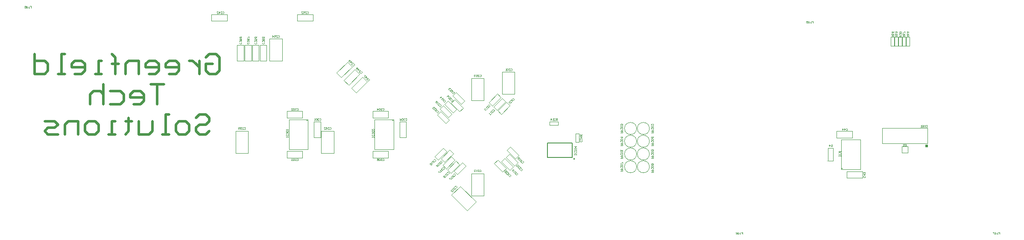
<source format=gbr>
%TF.GenerationSoftware,Altium Limited,Altium Designer,22.4.2 (48)*%
G04 Layer_Color=32896*
%FSLAX26Y26*%
%MOIN*%
%TF.SameCoordinates,8C98EB32-1E12-42CD-A60B-9DA89663A72C*%
%TF.FilePolarity,Positive*%
%TF.FileFunction,Legend,Bot*%
%TF.Part,Single*%
G01*
G75*
%TA.AperFunction,NonConductor*%
%ADD108C,0.003937*%
%ADD109C,0.000984*%
%ADD110C,0.007874*%
%ADD111C,0.001968*%
%ADD112C,0.001000*%
%ADD113C,0.020000*%
%ADD114C,0.003000*%
%ADD115R,0.019685X0.019685*%
%ADD116R,0.002953X0.002953*%
%ADD117R,0.007874X0.007874*%
D108*
X7247244Y2700000D02*
G03*
X7247244Y2700000I-47244J0D01*
G01*
X7147244Y2800000D02*
G03*
X7147244Y2800000I-47244J0D01*
G01*
X7247244Y3000000D02*
G03*
X7247244Y3000000I-47244J0D01*
G01*
X7147244D02*
G03*
X7147244Y3000000I-47244J0D01*
G01*
Y2900000D02*
G03*
X7147244Y2900000I-47244J0D01*
G01*
X7247244Y2800000D02*
G03*
X7247244Y2800000I-47244J0D01*
G01*
Y2900000D02*
G03*
X7247244Y2900000I-47244J0D01*
G01*
X7147244Y2700000D02*
G03*
X7147244Y2700000I-47244J0D01*
G01*
D109*
X9064961Y3001968D02*
X9419292D01*
X9064961Y2883858D02*
X9419292D01*
Y3001968D01*
X9064961Y2883858D02*
Y3001968D01*
X9218504Y2858268D02*
X9265750D01*
X9218504Y2811022D02*
X9265750D01*
Y2858268D01*
X9218504Y2811022D02*
Y2858268D01*
X8641732Y2745079D02*
Y2847442D01*
X8681104Y2745079D02*
Y2847442D01*
X8641732D02*
X8681104D01*
X8641732Y2745079D02*
X8681104D01*
X8744094Y2678150D02*
Y2914371D01*
X8893702Y2678150D02*
Y2914371D01*
X8744094D02*
X8893702D01*
X8744094Y2678150D02*
X8893702D01*
X5251967Y2834644D02*
Y3070866D01*
X5102360Y2834644D02*
Y3070866D01*
Y2834644D02*
X5251967D01*
X5102360Y3070866D02*
X5251967D01*
X4582677Y2834644D02*
Y3070866D01*
X4433070Y2834644D02*
Y3070866D01*
Y2834644D02*
X4582677D01*
X4433070Y3070866D02*
X4582677D01*
D110*
X6450787Y2772638D02*
X6643701D01*
X6450787Y2886811D02*
X6643701D01*
X6450787Y2772638D02*
Y2886811D01*
X6643701Y2772638D02*
Y2886811D01*
X6656244Y2764724D02*
X6660244D01*
X6656244Y2760724D02*
Y2764724D01*
Y2760724D02*
X6660244D01*
Y2763724D01*
D111*
X4379921Y3529528D02*
Y3703079D01*
X4281496D02*
X4379921D01*
X4281496Y3529528D02*
Y3703079D01*
Y3529528D02*
X4379921D01*
X5856299Y3220472D02*
X5954724D01*
X5856299D02*
Y3394024D01*
X5954724D01*
Y3220472D02*
Y3394024D01*
X5856299Y2645669D02*
X5954724D01*
Y2472118D02*
Y2645669D01*
X5856299Y2472118D02*
X5954724D01*
X5856299D02*
Y2645669D01*
X6096457Y3270669D02*
X6194882D01*
X6096457D02*
Y3444220D01*
X6194882D01*
Y3270669D02*
Y3444220D01*
X5702184Y2478219D02*
X5771781Y2547816D01*
X5894501Y2425097D01*
X5824904Y2355499D02*
X5894501Y2425097D01*
X5702184Y2478219D02*
X5824904Y2355499D01*
X4147228Y3530512D02*
Y3652559D01*
X4199228D01*
X4147228Y3530512D02*
X4199228D01*
Y3652559D01*
X4862678Y3375825D02*
X4948978Y3462126D01*
X4985748Y3425356D01*
X4862678Y3375825D02*
X4899447Y3339056D01*
X4985748Y3425356D01*
X4686024Y2805780D02*
Y2979331D01*
Y2805780D02*
X4784449D01*
Y2979331D01*
X4686024D02*
X4784449D01*
X4016732Y2805780D02*
Y2979331D01*
Y2805780D02*
X4115158D01*
Y2979331D01*
X4016732D02*
X4115158D01*
X4921733Y3316770D02*
X5008033Y3403070D01*
X5044803Y3366301D01*
X4921733Y3316770D02*
X4958502Y3280000D01*
X5044803Y3366301D01*
X4417323Y2769276D02*
X4539370D01*
X4417323D02*
Y2821276D01*
X4539370Y2769276D02*
Y2821276D01*
X4417323D02*
X4539370D01*
X4627543Y2931102D02*
Y3053150D01*
X4679543D01*
X4627543Y2931102D02*
X4679543D01*
Y3053150D01*
X5086614Y2769276D02*
X5208661D01*
X5086614D02*
Y2821276D01*
X5208661Y2769276D02*
Y2821276D01*
X5086614D02*
X5208661D01*
X5086614Y3084236D02*
X5208661D01*
X5086614D02*
Y3136236D01*
X5208661Y3084236D02*
Y3136236D01*
X5086614D02*
X5208661D01*
X5296835Y2931102D02*
Y3053150D01*
X5348835D01*
X5296835Y2931102D02*
X5348835D01*
Y3053150D01*
X4417323Y3084236D02*
X4539370D01*
X4417323D02*
Y3136236D01*
X4539370Y3084236D02*
Y3136236D01*
X4417323D02*
X4539370D01*
X4206283Y3530512D02*
Y3652559D01*
X4258283D01*
X4206283Y3530512D02*
X4258283D01*
Y3652559D01*
X3828740Y3842110D02*
X3950787D01*
X3828740D02*
Y3894110D01*
X3950787Y3842110D02*
Y3894110D01*
X3828740D02*
X3950787D01*
X4803623Y3434880D02*
X4889923Y3521181D01*
X4926693Y3484411D01*
X4803623Y3434880D02*
X4840392Y3398111D01*
X4926693Y3484411D01*
X4029118Y3530512D02*
Y3652559D01*
X4081118D01*
X4029118Y3530512D02*
X4081118D01*
Y3652559D01*
X4498032Y3842110D02*
X4620079D01*
X4498032D02*
Y3894110D01*
X4620079Y3842110D02*
Y3894110D01*
X4498032D02*
X4620079D01*
X4088173Y3530512D02*
Y3652559D01*
X4140173D01*
X4088173Y3530512D02*
X4140173D01*
Y3652559D01*
X8787402Y2663795D02*
X8909449D01*
Y2611795D02*
Y2663795D01*
X8787402Y2611795D02*
Y2663795D01*
Y2611795D02*
X8909449D01*
X8708661Y2926756D02*
X8830709D01*
X8708661D02*
Y2978756D01*
X8830709Y2926756D02*
Y2978756D01*
X8708661D02*
X8830709D01*
D112*
X6063892Y3138007D02*
X6090762Y3111137D01*
X6063892Y3138007D02*
X6130706Y3204820D01*
X6157576Y3177950D01*
X6090762Y3111137D02*
X6157576Y3177950D01*
X6671055Y2892716D02*
Y2959646D01*
Y2892716D02*
X6697055D01*
Y2959646D01*
X6671055D02*
X6697055D01*
X5766035Y3133276D02*
X5792905Y3160146D01*
X5699221Y3200090D02*
X5766035Y3133276D01*
X5699221Y3200090D02*
X5726091Y3226960D01*
X5792905Y3160146D01*
X5657767Y3038788D02*
X5684637Y3065658D01*
X5590954Y3105602D02*
X5657767Y3038788D01*
X5590954Y3105602D02*
X5617824Y3132472D01*
X5684637Y3065658D01*
X5689263Y2831291D02*
X5716133Y2804420D01*
X5649320Y2737607D02*
X5716133Y2804420D01*
X5622450Y2764477D02*
X5649320Y2737607D01*
X5622450Y2764477D02*
X5689263Y2831291D01*
X5788672Y2732865D02*
X5815542Y2705995D01*
X5748729Y2639182D02*
X5815542Y2705995D01*
X5721859Y2666052D02*
X5748729Y2639182D01*
X5721859Y2666052D02*
X5788672Y2732865D01*
X6035836Y2727649D02*
X6062706Y2754519D01*
X6129519Y2687706D01*
X6102649Y2660836D02*
X6129519Y2687706D01*
X6035836Y2727649D02*
X6102649Y2660836D01*
X6134261Y2830011D02*
X6161131Y2856881D01*
X6227944Y2790068D01*
X6201074Y2763198D02*
X6227944Y2790068D01*
X6134261Y2830011D02*
X6201074Y2763198D01*
X5995481Y3204438D02*
X6022351Y3177568D01*
X5995481Y3204438D02*
X6062295Y3271251D01*
X6089165Y3244381D01*
X6022351Y3177568D02*
X6089165Y3244381D01*
X6030914Y3169005D02*
X6057784Y3142135D01*
X6030914Y3169005D02*
X6097727Y3235818D01*
X6124598Y3208948D01*
X6057784Y3142135D02*
X6124598Y3208948D01*
X5778830Y3189379D02*
X5805700Y3216249D01*
X5712017Y3256192D02*
X5778830Y3189379D01*
X5712017Y3256192D02*
X5738887Y3283062D01*
X5805700Y3216249D01*
X5713869Y3121465D02*
X5740739Y3148336D01*
X5647056Y3188279D02*
X5713869Y3121465D01*
X5647056Y3188279D02*
X5673926Y3215149D01*
X5740739Y3148336D01*
X5678436Y3086032D02*
X5705306Y3112902D01*
X5611623Y3152846D02*
X5678436Y3086032D01*
X5611623Y3152846D02*
X5638493Y3179716D01*
X5705306Y3112902D01*
X5637098Y2845070D02*
X5663968Y2818200D01*
X5597154Y2751387D02*
X5663968Y2818200D01*
X5570284Y2778257D02*
X5597154Y2751387D01*
X5570284Y2778257D02*
X5637098Y2845070D01*
X5702058Y2778141D02*
X5728928Y2751271D01*
X5662115Y2684457D02*
X5728928Y2751271D01*
X5635245Y2711328D02*
X5662115Y2684457D01*
X5635245Y2711328D02*
X5702058Y2778141D01*
X5738475Y2744676D02*
X5765346Y2717806D01*
X5698532Y2650993D02*
X5765346Y2717806D01*
X5671662Y2677863D02*
X5698532Y2650993D01*
X5671662Y2677863D02*
X5738475Y2744676D01*
X6089969Y2738476D02*
X6116839Y2765346D01*
X6183653Y2698532D01*
X6156783Y2671662D02*
X6183653Y2698532D01*
X6089969Y2738476D02*
X6156783Y2671662D01*
X6127371Y2773909D02*
X6154241Y2800779D01*
X6221054Y2733965D01*
X6194184Y2707095D02*
X6221054Y2733965D01*
X6127371Y2773909D02*
X6194184Y2707095D01*
X6466535Y3027000D02*
X6533465D01*
Y3053000D01*
X6466535D02*
X6533465D01*
X6466535Y3027000D02*
Y3053000D01*
X9158669Y3647638D02*
Y3714567D01*
X9132669D02*
X9158669D01*
X9132669Y3647638D02*
Y3714567D01*
Y3647638D02*
X9158669D01*
X9221252D02*
Y3714567D01*
Y3647638D02*
X9247252D01*
Y3714567D01*
X9221252D02*
X9247252D01*
X9276780Y3647638D02*
Y3714567D01*
X9250780D02*
X9276780D01*
X9250780Y3647638D02*
Y3714567D01*
Y3647638D02*
X9276780D01*
X9162197D02*
Y3714567D01*
Y3647638D02*
X9188197D01*
Y3714567D01*
X9162197D02*
X9188197D01*
X9217724Y3647638D02*
Y3714567D01*
X9191724D02*
X9217724D01*
X9191724Y3647638D02*
Y3714567D01*
Y3647638D02*
X9217724D01*
D113*
X3785890Y3557108D02*
X3812128Y3583347D01*
X3864604D01*
X3890843Y3557108D01*
Y3452155D01*
X3864604Y3425917D01*
X3812128D01*
X3785890Y3452155D01*
Y3504632D01*
X3838366D01*
X3733413Y3530870D02*
Y3425917D01*
Y3478394D01*
X3707175Y3504632D01*
X3680937Y3530870D01*
X3654699D01*
X3497269Y3425917D02*
X3549746D01*
X3575984Y3452155D01*
Y3504632D01*
X3549746Y3530870D01*
X3497269D01*
X3471031Y3504632D01*
Y3478394D01*
X3575984D01*
X3339840Y3425917D02*
X3392316D01*
X3418555Y3452155D01*
Y3504632D01*
X3392316Y3530870D01*
X3339840D01*
X3313602Y3504632D01*
Y3478394D01*
X3418555D01*
X3261125Y3425917D02*
Y3530870D01*
X3182410D01*
X3156172Y3504632D01*
Y3425917D01*
X3077457D02*
Y3557108D01*
Y3504632D01*
X3103696D01*
X3051219D01*
X3077457D01*
Y3557108D01*
X3051219Y3583347D01*
X2972505Y3425917D02*
X2920028D01*
X2946266D01*
Y3530870D01*
X2972505D01*
X2762599Y3425917D02*
X2815075D01*
X2841313Y3452155D01*
Y3504632D01*
X2815075Y3530870D01*
X2762599D01*
X2736360Y3504632D01*
Y3478394D01*
X2841313D01*
X2683884Y3425917D02*
X2631407D01*
X2657646D01*
Y3583347D01*
X2683884D01*
X2447740D02*
Y3425917D01*
X2526454D01*
X2552693Y3452155D01*
Y3504632D01*
X2526454Y3530870D01*
X2447740D01*
X3457912Y3346431D02*
X3352959D01*
X3405435D01*
Y3189002D01*
X3221768D02*
X3274244D01*
X3300482Y3215240D01*
Y3267716D01*
X3274244Y3293955D01*
X3221768D01*
X3195530Y3267716D01*
Y3241478D01*
X3300482D01*
X3038100Y3293955D02*
X3116815D01*
X3143053Y3267716D01*
Y3215240D01*
X3116815Y3189002D01*
X3038100D01*
X2985624Y3346431D02*
Y3189002D01*
Y3267716D01*
X2959385Y3293955D01*
X2906909D01*
X2880671Y3267716D01*
Y3189002D01*
X3707175Y3083278D02*
X3733413Y3109516D01*
X3785890D01*
X3812128Y3083278D01*
Y3057039D01*
X3785890Y3030801D01*
X3733413D01*
X3707175Y3004563D01*
Y2978325D01*
X3733413Y2952086D01*
X3785890D01*
X3812128Y2978325D01*
X3628460Y2952086D02*
X3575984D01*
X3549746Y2978325D01*
Y3030801D01*
X3575984Y3057039D01*
X3628460D01*
X3654699Y3030801D01*
Y2978325D01*
X3628460Y2952086D01*
X3497269D02*
X3444793D01*
X3471031D01*
Y3109516D01*
X3497269D01*
X3366078Y3057039D02*
Y2978325D01*
X3339840Y2952086D01*
X3261125D01*
Y3057039D01*
X3182410Y3083278D02*
Y3057039D01*
X3208649D01*
X3156172D01*
X3182410D01*
Y2978325D01*
X3156172Y2952086D01*
X3077457D02*
X3024981D01*
X3051219D01*
Y3057039D01*
X3077457D01*
X2920028Y2952086D02*
X2867552D01*
X2841313Y2978325D01*
Y3030801D01*
X2867552Y3057039D01*
X2920028D01*
X2946266Y3030801D01*
Y2978325D01*
X2920028Y2952086D01*
X2788837D02*
Y3057039D01*
X2710122D01*
X2683884Y3030801D01*
Y2952086D01*
X2631407D02*
X2552693D01*
X2526454Y2978325D01*
X2552693Y3004563D01*
X2605169D01*
X2631407Y3030801D01*
X2605169Y3057039D01*
X2526454D01*
D114*
X8739781Y2784405D02*
Y2789404D01*
Y2786905D01*
X8724786D01*
Y2784405D01*
Y2789404D01*
X8737282Y2806898D02*
X8739781Y2804399D01*
Y2799401D01*
X8737282Y2796901D01*
X8727285D01*
X8724786Y2799401D01*
Y2804399D01*
X8727285Y2806898D01*
X8739781Y2821894D02*
X8737282Y2816895D01*
X8732284Y2811897D01*
X8727285D01*
X8724786Y2814396D01*
Y2819394D01*
X8727285Y2821894D01*
X8729784D01*
X8732284Y2819394D01*
Y2811897D01*
X8781650Y2997124D02*
X8784149Y2999624D01*
X8789148D01*
X8791647Y2997124D01*
Y2987128D01*
X8789148Y2984628D01*
X8784149D01*
X8781650Y2987128D01*
X8769154Y2984628D02*
Y2999624D01*
X8776652Y2992126D01*
X8766655D01*
X8754159Y2984628D02*
Y2999624D01*
X8761657Y2992126D01*
X8751660D01*
X8930195Y2627798D02*
X8932694Y2625299D01*
Y2620301D01*
X8930195Y2617802D01*
X8920199D01*
X8917699Y2620301D01*
Y2625299D01*
X8920199Y2627798D01*
X8917699Y2640294D02*
X8932694D01*
X8925197Y2632797D01*
Y2642794D01*
X8930195Y2647792D02*
X8932694Y2650291D01*
Y2655289D01*
X8930195Y2657789D01*
X8927696D01*
X8925197Y2655289D01*
Y2652790D01*
Y2655289D01*
X8922698Y2657789D01*
X8920199D01*
X8917699Y2655289D01*
Y2650291D01*
X8920199Y2647792D01*
X4426789Y2931358D02*
Y2936357D01*
Y2933858D01*
X4411794D01*
Y2931358D01*
Y2936357D01*
X4424290Y2953851D02*
X4426789Y2951352D01*
Y2946354D01*
X4424290Y2943854D01*
X4414293D01*
X4411794Y2946354D01*
Y2951352D01*
X4414293Y2953851D01*
X4424290Y2958849D02*
X4426789Y2961349D01*
Y2966347D01*
X4424290Y2968846D01*
X4421791D01*
X4419291Y2966347D01*
Y2963848D01*
Y2966347D01*
X4416792Y2968846D01*
X4414293D01*
X4411794Y2966347D01*
Y2961349D01*
X4414293Y2958849D01*
X4424290Y2973845D02*
X4426789Y2976344D01*
Y2981342D01*
X4424290Y2983841D01*
X4414293D01*
X4411794Y2981342D01*
Y2976344D01*
X4414293Y2973845D01*
X4424290D01*
X4411794Y2988840D02*
Y2993838D01*
Y2991339D01*
X4426789D01*
X4424290Y2988840D01*
X5096080Y2928859D02*
Y2933858D01*
Y2931358D01*
X5081085D01*
Y2928859D01*
Y2933858D01*
X5093581Y2951352D02*
X5096080Y2948853D01*
Y2943854D01*
X5093581Y2941355D01*
X5083584D01*
X5081085Y2943854D01*
Y2948853D01*
X5083584Y2951352D01*
X5093581Y2956350D02*
X5096080Y2958849D01*
Y2963848D01*
X5093581Y2966347D01*
X5091082D01*
X5088583Y2963848D01*
Y2961349D01*
Y2963848D01*
X5086084Y2966347D01*
X5083584D01*
X5081085Y2963848D01*
Y2958849D01*
X5083584Y2956350D01*
X5093581Y2971345D02*
X5096080Y2973845D01*
Y2978843D01*
X5093581Y2981342D01*
X5083584D01*
X5081085Y2978843D01*
Y2973845D01*
X5083584Y2971345D01*
X5093581D01*
X5081085Y2996338D02*
Y2986341D01*
X5091082Y2996338D01*
X5093581D01*
X5096080Y2993838D01*
Y2988840D01*
X5093581Y2986341D01*
X4119172Y3673450D02*
X4121671Y3670951D01*
Y3665953D01*
X4119172Y3663454D01*
X4109175D01*
X4106676Y3665953D01*
Y3670951D01*
X4109175Y3673450D01*
X4106676Y3688446D02*
Y3678449D01*
X4116672Y3688446D01*
X4119172D01*
X4121671Y3685946D01*
Y3680948D01*
X4119172Y3678449D01*
X4121671Y3703441D02*
Y3693444D01*
X4114173D01*
X4116672Y3698442D01*
Y3700942D01*
X4114173Y3703441D01*
X4109175D01*
X4106676Y3700942D01*
Y3695943D01*
X4109175Y3693444D01*
X4121671Y3708439D02*
Y3718436D01*
X4119172D01*
X4109175Y3708439D01*
X4106676D01*
X4574581Y3912479D02*
X4577080Y3914978D01*
X4582079D01*
X4584578Y3912479D01*
Y3902482D01*
X4582079Y3899983D01*
X4577080D01*
X4574581Y3902482D01*
X4559586Y3899983D02*
X4569583D01*
X4559586Y3909979D01*
Y3912479D01*
X4562085Y3914978D01*
X4567083D01*
X4569583Y3912479D01*
X4544591Y3914978D02*
X4554587D01*
Y3907480D01*
X4549589Y3909979D01*
X4547090D01*
X4544591Y3907480D01*
Y3902482D01*
X4547090Y3899983D01*
X4552088D01*
X4554587Y3902482D01*
X4529595Y3899983D02*
X4539592D01*
X4529595Y3909979D01*
Y3912479D01*
X4532095Y3914978D01*
X4537093D01*
X4539592Y3912479D01*
X4348203Y3725471D02*
X4350702Y3727970D01*
X4355701D01*
X4358200Y3725471D01*
Y3715474D01*
X4355701Y3712975D01*
X4350702D01*
X4348203Y3715474D01*
X4333208Y3712975D02*
X4343205D01*
X4333208Y3722972D01*
Y3725471D01*
X4335707Y3727970D01*
X4340706D01*
X4343205Y3725471D01*
X4318213Y3727970D02*
X4328209D01*
Y3720472D01*
X4323211Y3722972D01*
X4320712D01*
X4318213Y3720472D01*
Y3715474D01*
X4320712Y3712975D01*
X4325710D01*
X4328209Y3715474D01*
X4305717Y3712975D02*
Y3727970D01*
X4313214Y3720472D01*
X4303217D01*
X4060117Y3673450D02*
X4062616Y3670951D01*
Y3665953D01*
X4060117Y3663454D01*
X4050120D01*
X4047620Y3665953D01*
Y3670951D01*
X4050120Y3673450D01*
X4047620Y3688445D02*
Y3678449D01*
X4057617Y3688445D01*
X4060117D01*
X4062616Y3685946D01*
Y3680948D01*
X4060117Y3678449D01*
X4062616Y3703441D02*
Y3693444D01*
X4055118D01*
X4057617Y3698442D01*
Y3700941D01*
X4055118Y3703441D01*
X4050120D01*
X4047620Y3700941D01*
Y3695943D01*
X4050120Y3693444D01*
X4060117Y3708439D02*
X4062616Y3710938D01*
Y3715937D01*
X4060117Y3718436D01*
X4057617D01*
X4055118Y3715937D01*
X4052619Y3718436D01*
X4050120D01*
X4047620Y3715937D01*
Y3710938D01*
X4050120Y3708439D01*
X4052619D01*
X4055118Y3710938D01*
X4057617Y3708439D01*
X4060117D01*
X4055118Y3710938D02*
Y3715937D01*
X4937165Y3504943D02*
X4940699D01*
X4944233Y3501409D01*
Y3497875D01*
X4937165Y3490806D01*
X4933630D01*
X4930096Y3494340D01*
Y3497875D01*
X4917725Y3506711D02*
X4924794Y3499642D01*
Y3513779D01*
X4926561Y3515547D01*
X4930096D01*
X4933630Y3512012D01*
Y3508478D01*
X4908889Y3515547D02*
X4919493Y3526150D01*
Y3515547D01*
X4912424Y3522615D01*
X4905355D02*
X4901821D01*
X4898286Y3526150D01*
Y3529684D01*
X4905355Y3536753D01*
X4908889D01*
X4912424Y3533219D01*
Y3529684D01*
X4910657Y3527917D01*
X4907122D01*
X4901821Y3533219D01*
X3915132Y3912479D02*
X3917631Y3914978D01*
X3922630D01*
X3925129Y3912479D01*
Y3902482D01*
X3922630Y3899983D01*
X3917631D01*
X3915132Y3902482D01*
X3900137Y3899983D02*
X3910134D01*
X3900137Y3909979D01*
Y3912479D01*
X3902636Y3914978D01*
X3907635D01*
X3910134Y3912479D01*
X3887641Y3899983D02*
Y3914978D01*
X3895139Y3907480D01*
X3885142D01*
X3870147Y3899983D02*
X3880143D01*
X3870147Y3909979D01*
Y3912479D01*
X3872646Y3914978D01*
X3877644D01*
X3880143Y3912479D01*
X4237282Y3673450D02*
X4239781Y3670951D01*
Y3665953D01*
X4237282Y3663454D01*
X4227285D01*
X4224786Y3665953D01*
Y3670951D01*
X4227285Y3673450D01*
X4224786Y3688445D02*
Y3678449D01*
X4234783Y3688445D01*
X4237282D01*
X4239781Y3685946D01*
Y3680948D01*
X4237282Y3678449D01*
X4239781Y3703441D02*
Y3693444D01*
X4232283D01*
X4234783Y3698442D01*
Y3700941D01*
X4232283Y3703441D01*
X4227285D01*
X4224786Y3700941D01*
Y3695943D01*
X4227285Y3693444D01*
X4239781Y3718436D02*
Y3708439D01*
X4232283D01*
X4234783Y3713438D01*
Y3715937D01*
X4232283Y3718436D01*
X4227285D01*
X4224786Y3715937D01*
Y3710938D01*
X4227285Y3708439D01*
X4495841Y3154605D02*
X4498340Y3157104D01*
X4503338D01*
X4505838Y3154605D01*
Y3144608D01*
X4503338Y3142109D01*
X4498340D01*
X4495841Y3144608D01*
X4490842Y3154605D02*
X4488343Y3157104D01*
X4483345D01*
X4480846Y3154605D01*
Y3152106D01*
X4483345Y3149606D01*
X4485844D01*
X4483345D01*
X4480846Y3147107D01*
Y3144608D01*
X4483345Y3142109D01*
X4488343D01*
X4490842Y3144608D01*
X4475847Y3154605D02*
X4473348Y3157104D01*
X4468350D01*
X4465850Y3154605D01*
Y3144608D01*
X4468350Y3142109D01*
X4473348D01*
X4475847Y3144608D01*
Y3154605D01*
X4450855Y3142109D02*
X4460852D01*
X4450855Y3152106D01*
Y3154605D01*
X4453355Y3157104D01*
X4458353D01*
X4460852Y3154605D01*
X5342297Y3075865D02*
X5344797Y3078364D01*
X5349795D01*
X5352294Y3075865D01*
Y3065868D01*
X5349795Y3063369D01*
X5344797D01*
X5342297Y3065868D01*
X5337299Y3075865D02*
X5334800Y3078364D01*
X5329801D01*
X5327302Y3075865D01*
Y3073365D01*
X5329801Y3070866D01*
X5332301D01*
X5329801D01*
X5327302Y3068367D01*
Y3065868D01*
X5329801Y3063369D01*
X5334800D01*
X5337299Y3065868D01*
X5322304Y3075865D02*
X5319805Y3078364D01*
X5314806D01*
X5312307Y3075865D01*
Y3065868D01*
X5314806Y3063369D01*
X5319805D01*
X5322304Y3065868D01*
Y3075865D01*
X5297312Y3078364D02*
X5302310Y3075865D01*
X5307309Y3070866D01*
Y3065868D01*
X5304810Y3063369D01*
X5299811D01*
X5297312Y3065868D01*
Y3068367D01*
X5299811Y3070866D01*
X5307309D01*
X5165132Y3154605D02*
X5167631Y3157104D01*
X5172630D01*
X5175129Y3154605D01*
Y3144608D01*
X5172630Y3142109D01*
X5167631D01*
X5165132Y3144608D01*
X5160134Y3154605D02*
X5157635Y3157104D01*
X5152636D01*
X5150137Y3154605D01*
Y3152106D01*
X5152636Y3149606D01*
X5155135D01*
X5152636D01*
X5150137Y3147107D01*
Y3144608D01*
X5152636Y3142109D01*
X5157635D01*
X5160134Y3144608D01*
X5145139Y3154605D02*
X5142639Y3157104D01*
X5137641D01*
X5135142Y3154605D01*
Y3144608D01*
X5137641Y3142109D01*
X5142639D01*
X5145139Y3144608D01*
Y3154605D01*
X5122646Y3142109D02*
Y3157104D01*
X5130143Y3149606D01*
X5120147D01*
X5165132Y2760904D02*
X5167631Y2763403D01*
X5172630D01*
X5175129Y2760904D01*
Y2750907D01*
X5172630Y2748408D01*
X5167631D01*
X5165132Y2750907D01*
X5160134Y2760904D02*
X5157635Y2763403D01*
X5152636D01*
X5150137Y2760904D01*
Y2758405D01*
X5152636Y2755905D01*
X5155135D01*
X5152636D01*
X5150137Y2753406D01*
Y2750907D01*
X5152636Y2748408D01*
X5157635D01*
X5160134Y2750907D01*
X5145139Y2760904D02*
X5142639Y2763403D01*
X5137641D01*
X5135142Y2760904D01*
Y2750907D01*
X5137641Y2748408D01*
X5142639D01*
X5145139Y2750907D01*
Y2760904D01*
X5120147Y2763403D02*
X5130143D01*
Y2755905D01*
X5125145Y2758405D01*
X5122646D01*
X5120147Y2755905D01*
Y2750907D01*
X5122646Y2748408D01*
X5127644D01*
X5130143Y2750907D01*
X4670507Y3075865D02*
X4673006Y3078364D01*
X4678005D01*
X4680504Y3075865D01*
Y3065868D01*
X4678005Y3063369D01*
X4673006D01*
X4670507Y3065868D01*
X4665509Y3075865D02*
X4663009Y3078364D01*
X4658011D01*
X4655512Y3075865D01*
Y3073365D01*
X4658011Y3070866D01*
X4660510D01*
X4658011D01*
X4655512Y3068367D01*
Y3065868D01*
X4658011Y3063369D01*
X4663009D01*
X4665509Y3065868D01*
X4650513Y3075865D02*
X4648014Y3078364D01*
X4643016D01*
X4640517Y3075865D01*
Y3065868D01*
X4643016Y3063369D01*
X4648014D01*
X4650513Y3065868D01*
Y3075865D01*
X4635518Y3063369D02*
X4630520D01*
X4633019D01*
Y3078364D01*
X4635518Y3075865D01*
X4495841Y2760904D02*
X4498340Y2763403D01*
X4503338D01*
X4505838Y2760904D01*
Y2750907D01*
X4503338Y2748408D01*
X4498340D01*
X4495841Y2750907D01*
X4490842Y2760904D02*
X4488343Y2763403D01*
X4483345D01*
X4480846Y2760904D01*
Y2758405D01*
X4483345Y2755905D01*
X4485844D01*
X4483345D01*
X4480846Y2753406D01*
Y2750907D01*
X4483345Y2748408D01*
X4488343D01*
X4490842Y2750907D01*
X4475847Y2760904D02*
X4473348Y2763403D01*
X4468350D01*
X4465850Y2760904D01*
Y2750907D01*
X4468350Y2748408D01*
X4473348D01*
X4475847Y2750907D01*
Y2760904D01*
X4460852D02*
X4458353Y2763403D01*
X4453355D01*
X4450855Y2760904D01*
Y2758405D01*
X4453355Y2755905D01*
X4455854D01*
X4453355D01*
X4450855Y2753406D01*
Y2750907D01*
X4453355Y2748408D01*
X4458353D01*
X4460852Y2750907D01*
X5055275Y3386833D02*
X5058809D01*
X5062344Y3383299D01*
Y3379764D01*
X5055275Y3372696D01*
X5051740D01*
X5048206Y3376230D01*
Y3379764D01*
X5035836Y3388600D02*
X5042904Y3381532D01*
Y3395669D01*
X5044672Y3397436D01*
X5048206D01*
X5051740Y3393902D01*
Y3390368D01*
X5027000Y3397436D02*
X5037603Y3408040D01*
Y3397436D01*
X5030534Y3404505D01*
X5032301Y3413341D02*
X5025233Y3420410D01*
X5023465Y3418643D01*
Y3404505D01*
X5021698Y3402738D01*
X4082455Y3006967D02*
X4084954Y3009466D01*
X4089953D01*
X4092452Y3006967D01*
Y2996970D01*
X4089953Y2994471D01*
X4084954D01*
X4082455Y2996970D01*
X4067460Y2994471D02*
X4077457D01*
X4067460Y3004468D01*
Y3006967D01*
X4069959Y3009466D01*
X4074957D01*
X4077457Y3006967D01*
X4052465Y3009466D02*
X4062461D01*
Y3001968D01*
X4057463Y3004468D01*
X4054964D01*
X4052465Y3001968D01*
Y2996970D01*
X4054964Y2994471D01*
X4059962D01*
X4062461Y2996970D01*
X4047466D02*
X4044967Y2994471D01*
X4039969D01*
X4037469Y2996970D01*
Y3006967D01*
X4039969Y3009466D01*
X4044967D01*
X4047466Y3006967D01*
Y3004468D01*
X4044967Y3001968D01*
X4037469D01*
X4751746Y3006967D02*
X4754246Y3009466D01*
X4759244D01*
X4761743Y3006967D01*
Y2996970D01*
X4759244Y2994471D01*
X4754246D01*
X4751746Y2996970D01*
X4736751Y2994471D02*
X4746748D01*
X4736751Y3004468D01*
Y3006967D01*
X4739250Y3009466D01*
X4744249D01*
X4746748Y3006967D01*
X4721756Y3009466D02*
X4726754Y3006967D01*
X4731753Y3001968D01*
Y2996970D01*
X4729254Y2994471D01*
X4724255D01*
X4721756Y2996970D01*
Y2999469D01*
X4724255Y3001968D01*
X4731753D01*
X4706761Y2994471D02*
X4716758D01*
X4706761Y3004468D01*
Y3006967D01*
X4709260Y3009466D01*
X4714258D01*
X4716758Y3006967D01*
X4996220Y3445888D02*
X4999754D01*
X5003289Y3442354D01*
Y3438820D01*
X4996220Y3431751D01*
X4992685D01*
X4989151Y3435285D01*
Y3438820D01*
X4976781Y3447655D02*
X4983850Y3440587D01*
Y3454724D01*
X4985617Y3456492D01*
X4989151D01*
X4992685Y3452957D01*
Y3449423D01*
X4967945Y3456492D02*
X4978548Y3467095D01*
Y3456492D01*
X4971479Y3463560D01*
Y3470629D02*
Y3474164D01*
X4967945Y3477698D01*
X4964410D01*
X4962643Y3475931D01*
Y3472396D01*
X4959109D01*
X4957342Y3470629D01*
Y3467095D01*
X4960876Y3463560D01*
X4964410D01*
X4966177Y3465327D01*
Y3468862D01*
X4969712D01*
X4971479Y3470629D01*
X4966177Y3468862D02*
X4962643Y3472396D01*
X4178227Y3673450D02*
X4180726Y3670951D01*
Y3665953D01*
X4178227Y3663454D01*
X4168230D01*
X4165731Y3665953D01*
Y3670951D01*
X4168230Y3673450D01*
X4165731Y3688445D02*
Y3678449D01*
X4175727Y3688445D01*
X4178227D01*
X4180726Y3685946D01*
Y3680948D01*
X4178227Y3678449D01*
X4180726Y3703441D02*
Y3693444D01*
X4173228D01*
X4175727Y3698442D01*
Y3700941D01*
X4173228Y3703441D01*
X4168230D01*
X4165731Y3700941D01*
Y3695943D01*
X4168230Y3693444D01*
X4180726Y3718436D02*
X4178227Y3713438D01*
X4173228Y3708439D01*
X4168230D01*
X4165731Y3710938D01*
Y3715937D01*
X4168230Y3718436D01*
X4170729D01*
X4173228Y3715937D01*
Y3708439D01*
X9197227Y3720164D02*
X9212222D01*
Y3727661D01*
X9209723Y3730161D01*
X9204724D01*
X9202225Y3727661D01*
Y3720164D01*
Y3725162D02*
X9197227Y3730161D01*
Y3745156D02*
Y3735159D01*
X9207224Y3745156D01*
X9209723D01*
X9212222Y3742657D01*
Y3737658D01*
X9209723Y3735159D01*
Y3750154D02*
X9212222Y3752653D01*
Y3757652D01*
X9209723Y3760151D01*
X9199726D01*
X9197227Y3757652D01*
Y3752653D01*
X9199726Y3750154D01*
X9209723D01*
X9165731Y3721413D02*
X9180726D01*
Y3728911D01*
X9178227Y3731410D01*
X9173228D01*
X9170729Y3728911D01*
Y3721413D01*
Y3726412D02*
X9165731Y3731410D01*
Y3736409D02*
Y3741407D01*
Y3738908D01*
X9180726D01*
X9178227Y3736409D01*
X9168230Y3748905D02*
X9165731Y3751404D01*
Y3756402D01*
X9168230Y3758901D01*
X9178227D01*
X9180726Y3756402D01*
Y3751404D01*
X9178227Y3748905D01*
X9175728D01*
X9173228Y3751404D01*
Y3758901D01*
X9256282Y3721413D02*
X9271277D01*
Y3728911D01*
X9268778Y3731410D01*
X9263780D01*
X9261280Y3728911D01*
Y3721413D01*
Y3726412D02*
X9256282Y3731410D01*
Y3736409D02*
Y3741407D01*
Y3738908D01*
X9271277D01*
X9268778Y3736409D01*
Y3748905D02*
X9271277Y3751404D01*
Y3756402D01*
X9268778Y3758901D01*
X9266279D01*
X9263780Y3756402D01*
X9261280Y3758901D01*
X9258781D01*
X9256282Y3756402D01*
Y3751404D01*
X9258781Y3748905D01*
X9261280D01*
X9263780Y3751404D01*
X9266279Y3748905D01*
X9268778D01*
X9263780Y3751404D02*
Y3756402D01*
X9224786Y3721413D02*
X9239781D01*
Y3728911D01*
X9237282Y3731410D01*
X9232283D01*
X9229784Y3728911D01*
Y3721413D01*
Y3726412D02*
X9224786Y3731410D01*
Y3736409D02*
Y3741407D01*
Y3738908D01*
X9239781D01*
X9237282Y3736409D01*
X9239781Y3748905D02*
Y3758901D01*
X9237282D01*
X9227285Y3748905D01*
X9224786D01*
X9138172Y3721413D02*
X9153167D01*
Y3728911D01*
X9150668Y3731410D01*
X9145669D01*
X9143170Y3728911D01*
Y3721413D01*
Y3726412D02*
X9138172Y3731410D01*
Y3736409D02*
Y3741407D01*
Y3738908D01*
X9153167D01*
X9150668Y3736409D01*
X9153167Y3758901D02*
X9150668Y3753903D01*
X9145669Y3748905D01*
X9140671D01*
X9138172Y3751404D01*
Y3756402D01*
X9140671Y3758901D01*
X9143170D01*
X9145669Y3756402D01*
Y3748905D01*
X6526242Y3063369D02*
Y3078364D01*
X6518744D01*
X6516245Y3075865D01*
Y3070866D01*
X6518744Y3068367D01*
X6526242D01*
X6521243D02*
X6516245Y3063369D01*
X6501250D02*
X6511246D01*
X6501250Y3073365D01*
Y3075865D01*
X6503749Y3078364D01*
X6508747D01*
X6511246Y3075865D01*
X6496251Y3063369D02*
X6491253D01*
X6493752D01*
Y3078364D01*
X6496251Y3075865D01*
X6476258Y3063369D02*
Y3078364D01*
X6483755Y3070866D01*
X6473758D01*
X7262502Y2655011D02*
X7277498D01*
Y2662509D01*
X7274998Y2665008D01*
X7270000D01*
X7267501Y2662509D01*
Y2655011D01*
X7262502Y2670006D02*
X7277498D01*
Y2677504D01*
X7274998Y2680003D01*
X7270000D01*
X7267501Y2677504D01*
Y2670006D01*
X7262502Y2694998D02*
Y2685002D01*
X7272499Y2694998D01*
X7274998D01*
X7277498Y2692499D01*
Y2687501D01*
X7274998Y2685002D01*
Y2699997D02*
X7277498Y2702496D01*
Y2707494D01*
X7274998Y2709994D01*
X7265002D01*
X7262502Y2707494D01*
Y2702496D01*
X7265002Y2699997D01*
X7274998D01*
Y2714992D02*
X7277498Y2717491D01*
Y2722490D01*
X7274998Y2724989D01*
X7272499D01*
X7270000Y2722490D01*
X7267501Y2724989D01*
X7265002D01*
X7262502Y2722490D01*
Y2717491D01*
X7265002Y2714992D01*
X7267501D01*
X7270000Y2717491D01*
X7272499Y2714992D01*
X7274998D01*
X7270000Y2717491D02*
Y2722490D01*
X7022502Y2665011D02*
X7037498D01*
Y2672509D01*
X7034998Y2675008D01*
X7030000D01*
X7027501Y2672509D01*
Y2665011D01*
X7022502Y2680006D02*
X7037498D01*
Y2687504D01*
X7034998Y2690003D01*
X7030000D01*
X7027501Y2687504D01*
Y2680006D01*
X7022502Y2704998D02*
Y2695002D01*
X7032499Y2704998D01*
X7034998D01*
X7037498Y2702499D01*
Y2697501D01*
X7034998Y2695002D01*
Y2709997D02*
X7037498Y2712496D01*
Y2717494D01*
X7034998Y2719994D01*
X7025002D01*
X7022502Y2717494D01*
Y2712496D01*
X7025002Y2709997D01*
X7034998D01*
X7037498Y2724992D02*
Y2734989D01*
X7034998D01*
X7025002Y2724992D01*
X7022502D01*
X7262502Y2865011D02*
X7277498D01*
Y2872509D01*
X7274998Y2875008D01*
X7270000D01*
X7267501Y2872509D01*
Y2865011D01*
X7262502Y2880006D02*
X7277498D01*
Y2887504D01*
X7274998Y2890003D01*
X7270000D01*
X7267501Y2887504D01*
Y2880006D01*
X7262502Y2904998D02*
Y2895002D01*
X7272499Y2904998D01*
X7274998D01*
X7277498Y2902499D01*
Y2897501D01*
X7274998Y2895002D01*
Y2909997D02*
X7277498Y2912496D01*
Y2917494D01*
X7274998Y2919994D01*
X7265002D01*
X7262502Y2917494D01*
Y2912496D01*
X7265002Y2909997D01*
X7274998D01*
X7277498Y2934989D02*
X7274998Y2929990D01*
X7270000Y2924992D01*
X7265002D01*
X7262502Y2927491D01*
Y2932490D01*
X7265002Y2934989D01*
X7267501D01*
X7270000Y2932490D01*
Y2924992D01*
X7262502Y2765011D02*
X7277498D01*
Y2772509D01*
X7274998Y2775008D01*
X7270000D01*
X7267501Y2772509D01*
Y2765011D01*
X7262502Y2780006D02*
X7277498D01*
Y2787504D01*
X7274998Y2790003D01*
X7270000D01*
X7267501Y2787504D01*
Y2780006D01*
X7262502Y2804998D02*
Y2795002D01*
X7272499Y2804998D01*
X7274998D01*
X7277498Y2802499D01*
Y2797501D01*
X7274998Y2795002D01*
Y2809997D02*
X7277498Y2812496D01*
Y2817494D01*
X7274998Y2819994D01*
X7265002D01*
X7262502Y2817494D01*
Y2812496D01*
X7265002Y2809997D01*
X7274998D01*
X7277498Y2834989D02*
Y2824992D01*
X7270000D01*
X7272499Y2829990D01*
Y2832490D01*
X7270000Y2834989D01*
X7265002D01*
X7262502Y2832490D01*
Y2827491D01*
X7265002Y2824992D01*
X7022502Y2865011D02*
X7037498D01*
Y2872509D01*
X7034998Y2875008D01*
X7030000D01*
X7027501Y2872509D01*
Y2865011D01*
X7022502Y2880006D02*
X7037498D01*
Y2887504D01*
X7034998Y2890003D01*
X7030000D01*
X7027501Y2887504D01*
Y2880006D01*
X7022502Y2904998D02*
Y2895002D01*
X7032499Y2904998D01*
X7034998D01*
X7037498Y2902499D01*
Y2897501D01*
X7034998Y2895002D01*
Y2909997D02*
X7037498Y2912496D01*
Y2917494D01*
X7034998Y2919994D01*
X7025002D01*
X7022502Y2917494D01*
Y2912496D01*
X7025002Y2909997D01*
X7034998D01*
X7022502Y2932490D02*
X7037498D01*
X7030000Y2924992D01*
Y2934989D01*
X7022502Y2965011D02*
X7037498D01*
Y2972509D01*
X7034998Y2975008D01*
X7030000D01*
X7027501Y2972509D01*
Y2965011D01*
X7022502Y2980006D02*
X7037498D01*
Y2987504D01*
X7034998Y2990003D01*
X7030000D01*
X7027501Y2987504D01*
Y2980006D01*
X7022502Y3004998D02*
Y2995002D01*
X7032499Y3004998D01*
X7034998D01*
X7037498Y3002499D01*
Y2997501D01*
X7034998Y2995002D01*
Y3009997D02*
X7037498Y3012496D01*
Y3017494D01*
X7034998Y3019994D01*
X7025002D01*
X7022502Y3017494D01*
Y3012496D01*
X7025002Y3009997D01*
X7034998D01*
Y3024992D02*
X7037498Y3027491D01*
Y3032490D01*
X7034998Y3034989D01*
X7032499D01*
X7030000Y3032490D01*
Y3029990D01*
Y3032490D01*
X7027501Y3034989D01*
X7025002D01*
X7022502Y3032490D01*
Y3027491D01*
X7025002Y3024992D01*
X7262502Y2965011D02*
X7277498D01*
Y2972509D01*
X7274998Y2975008D01*
X7270000D01*
X7267501Y2972509D01*
Y2965011D01*
X7262502Y2980006D02*
X7277498D01*
Y2987504D01*
X7274998Y2990003D01*
X7270000D01*
X7267501Y2987504D01*
Y2980006D01*
X7262502Y3004998D02*
Y2995002D01*
X7272499Y3004998D01*
X7274998D01*
X7277498Y3002499D01*
Y2997501D01*
X7274998Y2995002D01*
Y3009997D02*
X7277498Y3012496D01*
Y3017494D01*
X7274998Y3019994D01*
X7265002D01*
X7262502Y3017494D01*
Y3012496D01*
X7265002Y3009997D01*
X7274998D01*
X7262502Y3034989D02*
Y3024992D01*
X7272499Y3034989D01*
X7274998D01*
X7277498Y3032490D01*
Y3027491D01*
X7274998Y3024992D01*
X7022502Y2767510D02*
X7037498D01*
Y2775008D01*
X7034998Y2777507D01*
X7030000D01*
X7027501Y2775008D01*
Y2767510D01*
X7022502Y2782506D02*
X7037498D01*
Y2790003D01*
X7034998Y2792502D01*
X7030000D01*
X7027501Y2790003D01*
Y2782506D01*
X7022502Y2807498D02*
Y2797501D01*
X7032499Y2807498D01*
X7034998D01*
X7037498Y2804998D01*
Y2800000D01*
X7034998Y2797501D01*
Y2812496D02*
X7037498Y2814995D01*
Y2819994D01*
X7034998Y2822493D01*
X7025002D01*
X7022502Y2819994D01*
Y2814995D01*
X7025002Y2812496D01*
X7034998D01*
X7022502Y2827491D02*
Y2832490D01*
Y2829990D01*
X7037498D01*
X7034998Y2827491D01*
X6676789Y2793032D02*
Y2798031D01*
Y2795532D01*
X6661794D01*
Y2793032D01*
Y2798031D01*
X6674290Y2815525D02*
X6676789Y2813026D01*
Y2808028D01*
X6674290Y2805528D01*
X6664293D01*
X6661794Y2808028D01*
Y2813026D01*
X6664293Y2815525D01*
X6661794Y2830520D02*
Y2820523D01*
X6671791Y2830520D01*
X6674290D01*
X6676789Y2828021D01*
Y2823023D01*
X6674290Y2820523D01*
Y2835519D02*
X6676789Y2838018D01*
Y2843016D01*
X6674290Y2845515D01*
X6664293D01*
X6661794Y2843016D01*
Y2838018D01*
X6664293Y2835519D01*
X6674290D01*
X6661794Y2858012D02*
X6676789D01*
X6669291Y2850514D01*
Y2860511D01*
X6717597Y2907702D02*
X6720096Y2905203D01*
Y2900205D01*
X6717597Y2897706D01*
X6707600D01*
X6705101Y2900205D01*
Y2905203D01*
X6707600Y2907702D01*
X6705101Y2922698D02*
Y2912701D01*
X6715097Y2922698D01*
X6717597D01*
X6720096Y2920198D01*
Y2915200D01*
X6717597Y2912701D01*
X6705101Y2935194D02*
X6720096D01*
X6712598Y2927696D01*
Y2937693D01*
X6720096Y2952688D02*
X6717597Y2947690D01*
X6712598Y2942691D01*
X6707600D01*
X6705101Y2945190D01*
Y2950189D01*
X6707600Y2952688D01*
X6710099D01*
X6712598Y2950189D01*
Y2942691D01*
X8673913Y2873639D02*
Y2858644D01*
X8666416D01*
X8663916Y2861143D01*
Y2871140D01*
X8666416Y2873639D01*
X8673913D01*
X8651421Y2858644D02*
Y2873639D01*
X8658918Y2866142D01*
X8648921D01*
X9227661Y2862581D02*
Y2877576D01*
X9235159D01*
X9237658Y2875077D01*
Y2865080D01*
X9235159Y2862581D01*
X9227661D01*
X9242656Y2865080D02*
X9245156Y2862581D01*
X9250154D01*
X9252653Y2865080D01*
Y2867579D01*
X9250154Y2870079D01*
X9247655D01*
X9250154D01*
X9252653Y2872578D01*
Y2875077D01*
X9250154Y2877576D01*
X9245156D01*
X9242656Y2875077D01*
X5729308Y2543464D02*
Y2546998D01*
X5732843Y2550533D01*
X5736377D01*
X5743446Y2543464D01*
Y2539930D01*
X5739912Y2536395D01*
X5736377D01*
X5727541Y2524025D02*
X5734610Y2531093D01*
X5720472D01*
X5718705Y2532861D01*
Y2536395D01*
X5722239Y2539930D01*
X5725774D01*
X5715171Y2529326D02*
X5711636D01*
X5708102Y2525792D01*
Y2522258D01*
X5715171Y2515189D01*
X5718705D01*
X5722239Y2518723D01*
Y2522258D01*
X5715171Y2529326D01*
X5706335Y2502818D02*
X5713404Y2509887D01*
X5699266D01*
X5697499Y2511654D01*
Y2515189D01*
X5701033Y2518723D01*
X5704568D01*
X6164601Y3465628D02*
X6167101Y3468128D01*
X6172099D01*
X6174598Y3465628D01*
Y3455631D01*
X6172099Y3453132D01*
X6167101D01*
X6164601Y3455631D01*
X6149606Y3453132D02*
X6159603D01*
X6149606Y3463129D01*
Y3465628D01*
X6152105Y3468128D01*
X6157104D01*
X6159603Y3465628D01*
X6144608D02*
X6142109Y3468128D01*
X6137110D01*
X6134611Y3465628D01*
Y3455631D01*
X6137110Y3453132D01*
X6142109D01*
X6144608Y3455631D01*
Y3465628D01*
X6129613Y3453132D02*
X6124614D01*
X6127114D01*
Y3468128D01*
X6129613Y3465628D01*
X9405743Y3022715D02*
X9408242Y3025214D01*
X9413241D01*
X9415740Y3022715D01*
Y3012718D01*
X9413241Y3010219D01*
X9408242D01*
X9405743Y3012718D01*
X9393247Y3025214D02*
X9398246D01*
X9400745Y3022715D01*
Y3012718D01*
X9398246Y3010219D01*
X9393247D01*
X9390748Y3012718D01*
Y3022715D01*
X9393247Y3025214D01*
X9375753Y3022715D02*
X9378252Y3025214D01*
X9383250D01*
X9385750Y3022715D01*
Y3012718D01*
X9383250Y3010219D01*
X9378252D01*
X9375753Y3012718D01*
Y3017716D01*
X9380751D01*
X9370754Y3010219D02*
X9365756D01*
X9368255D01*
Y3025214D01*
X9370754Y3022715D01*
X2412078Y3959133D02*
X2422075D01*
Y3951635D01*
X2417076D01*
X2422075D01*
Y3944138D01*
X2407080D02*
X2402081D01*
X2404580D01*
Y3954135D01*
X2407080D01*
X2384587Y3959133D02*
Y3944138D01*
X2392084D01*
X2394584Y3946637D01*
Y3951635D01*
X2392084Y3954135D01*
X2384587D01*
X2379588Y3956634D02*
X2377089Y3959133D01*
X2372091D01*
X2369592Y3956634D01*
Y3954135D01*
X2372091Y3951635D01*
X2369592Y3949136D01*
Y3946637D01*
X2372091Y3944138D01*
X2377089D01*
X2379588Y3946637D01*
Y3949136D01*
X2377089Y3951635D01*
X2379588Y3954135D01*
Y3956634D01*
X2377089Y3951635D02*
X2372091D01*
X9971133Y2187479D02*
X9981130D01*
Y2179982D01*
X9976131D01*
X9981130D01*
Y2172484D01*
X9966135D02*
X9961136D01*
X9963636D01*
Y2182481D01*
X9966135D01*
X9943642Y2187479D02*
Y2172484D01*
X9951139D01*
X9953639Y2174983D01*
Y2179982D01*
X9951139Y2182481D01*
X9943642D01*
X9938644Y2187479D02*
X9928647D01*
Y2184980D01*
X9938644Y2174983D01*
Y2172484D01*
X7963259Y2187479D02*
X7973256D01*
Y2179982D01*
X7968257D01*
X7973256D01*
Y2172484D01*
X7958261D02*
X7953262D01*
X7955761D01*
Y2182481D01*
X7958261D01*
X7935768Y2187479D02*
Y2172484D01*
X7943266D01*
X7945765Y2174983D01*
Y2179982D01*
X7943266Y2182481D01*
X7935768D01*
X7920773Y2187479D02*
X7925771Y2184980D01*
X7930770Y2179982D01*
Y2174983D01*
X7928270Y2172484D01*
X7923272D01*
X7920773Y2174983D01*
Y2177483D01*
X7923272Y2179982D01*
X7930770D01*
X8514440Y3841023D02*
X8524437D01*
Y3833525D01*
X8519439D01*
X8524437D01*
Y3826028D01*
X8509442D02*
X8504443D01*
X8506943D01*
Y3836024D01*
X8509442D01*
X8486949Y3841023D02*
Y3826028D01*
X8494447D01*
X8496946Y3828527D01*
Y3833525D01*
X8494447Y3836024D01*
X8486949D01*
X8471954Y3841023D02*
X8481951D01*
Y3833525D01*
X8476952Y3836024D01*
X8474453D01*
X8471954Y3833525D01*
Y3828527D01*
X8474453Y3826028D01*
X8479451D01*
X8481951Y3828527D01*
X6176360Y3230673D02*
Y3234207D01*
X6179895Y3237742D01*
X6183429D01*
X6190498Y3230673D01*
Y3227139D01*
X6186963Y3223604D01*
X6183429D01*
X6174593Y3211234D02*
X6181662Y3218303D01*
X6167524D01*
X6165757Y3220070D01*
Y3223604D01*
X6169291Y3227139D01*
X6172826D01*
X6163990Y3200631D02*
X6171059Y3207700D01*
X6156921D01*
X6155154Y3209467D01*
Y3213001D01*
X6158688Y3216535D01*
X6162222D01*
X6160455Y3197096D02*
X6156921Y3193562D01*
X6158688Y3195329D01*
X6148085Y3205932D01*
X6151619D01*
X6248188Y2684077D02*
X6251723D01*
X6255257Y2680543D01*
Y2677009D01*
X6248188Y2669940D01*
X6244654D01*
X6241120Y2673474D01*
Y2677009D01*
X6228749Y2685845D02*
X6235818Y2678776D01*
Y2692913D01*
X6237585Y2694681D01*
X6241120D01*
X6244654Y2691146D01*
Y2687612D01*
X6218146Y2696448D02*
X6225215Y2689379D01*
Y2703517D01*
X6226982Y2705284D01*
X6230516D01*
X6234051Y2701749D01*
Y2698215D01*
X6223448Y2708818D02*
Y2712353D01*
X6219913Y2715887D01*
X6216379D01*
X6209310Y2708818D01*
Y2705284D01*
X6212844Y2701749D01*
X6216379D01*
X6223448Y2708818D01*
X6211872Y2649528D02*
X6215406D01*
X6218940Y2645994D01*
Y2642459D01*
X6211872Y2635390D01*
X6208337D01*
X6204803Y2638925D01*
Y2642459D01*
X6192432Y2651295D02*
X6199501Y2644226D01*
Y2658364D01*
X6201268Y2660131D01*
X6204803D01*
X6208337Y2656597D01*
Y2653062D01*
X6188898Y2654829D02*
X6185364Y2658364D01*
X6187131Y2656597D01*
X6197734Y2667200D01*
Y2663666D01*
X6181829Y2665433D02*
X6178295D01*
X6174760Y2668967D01*
Y2672501D01*
X6181829Y2679570D01*
X6185364D01*
X6188898Y2676036D01*
Y2672501D01*
X6187131Y2670734D01*
X6183596D01*
X6178295Y2676036D01*
X5669370Y2652817D02*
Y2656351D01*
X5672904Y2659885D01*
X5676438D01*
X5683507Y2652817D01*
Y2649282D01*
X5679973Y2645748D01*
X5676438D01*
X5667602Y2633377D02*
X5674671Y2640446D01*
X5660534D01*
X5658766Y2642213D01*
Y2645748D01*
X5662301Y2649282D01*
X5665835D01*
X5664068Y2629843D02*
X5660534Y2626309D01*
X5662301Y2628076D01*
X5651698Y2638679D01*
X5655232D01*
X5646396Y2629843D02*
X5642862D01*
X5639327Y2626309D01*
Y2622774D01*
X5641094Y2621007D01*
X5644629D01*
Y2617473D01*
X5646396Y2615705D01*
X5649930D01*
X5653465Y2619240D01*
Y2622774D01*
X5651698Y2624541D01*
X5648163D01*
Y2628076D01*
X5646396Y2629843D01*
X5648163Y2624541D02*
X5644629Y2621007D01*
X5630000Y2688250D02*
Y2691784D01*
X5633534Y2695318D01*
X5637068D01*
X5644137Y2688250D01*
Y2684715D01*
X5640603Y2681181D01*
X5637068D01*
X5628232Y2668810D02*
X5635301Y2675879D01*
X5621164D01*
X5619396Y2677646D01*
Y2681181D01*
X5622931Y2684715D01*
X5626465D01*
X5624698Y2665276D02*
X5621164Y2661742D01*
X5622931Y2663509D01*
X5612328Y2674112D01*
X5615862D01*
X5605259Y2667043D02*
X5598190Y2659974D01*
X5599957Y2658207D01*
X5614095D01*
X5615862Y2656440D01*
X5563070Y2751242D02*
Y2754776D01*
X5566605Y2758311D01*
X5570139D01*
X5577208Y2751242D01*
Y2747707D01*
X5573674Y2744173D01*
X5570139D01*
X5561303Y2731803D02*
X5568372Y2738871D01*
X5554234D01*
X5552467Y2740639D01*
Y2744173D01*
X5556002Y2747707D01*
X5559536D01*
X5557769Y2728268D02*
X5554234Y2724734D01*
X5556002Y2726501D01*
X5545399Y2737104D01*
X5548933D01*
X5531261Y2722967D02*
X5536562Y2724734D01*
X5543631D01*
X5547166Y2721199D01*
Y2717665D01*
X5543631Y2714131D01*
X5540097D01*
X5538330Y2715898D01*
Y2719432D01*
X5543631Y2724734D01*
X5613447Y3184961D02*
X5616981D01*
X5620515Y3181427D01*
Y3177892D01*
X5613447Y3170823D01*
X5609912D01*
X5606378Y3174358D01*
Y3177892D01*
X5594007Y3186728D02*
X5601076Y3179659D01*
Y3193797D01*
X5602843Y3195564D01*
X5606378D01*
X5609912Y3192030D01*
Y3188495D01*
X5590473Y3190262D02*
X5586939Y3193797D01*
X5588706Y3192030D01*
X5599309Y3202633D01*
Y3199099D01*
X5585171Y3216771D02*
X5592240Y3209702D01*
X5586939Y3204400D01*
X5585171Y3209702D01*
X5583404Y3211469D01*
X5579870D01*
X5576335Y3207934D01*
Y3204400D01*
X5579870Y3200866D01*
X5583404D01*
X5648880Y3220394D02*
X5652414D01*
X5655948Y3216860D01*
Y3213325D01*
X5648880Y3206256D01*
X5645345D01*
X5641811Y3209791D01*
Y3213325D01*
X5629440Y3222161D02*
X5636509Y3215092D01*
Y3229230D01*
X5638276Y3230997D01*
X5641811D01*
X5645345Y3227463D01*
Y3223928D01*
X5625906Y3225696D02*
X5622372Y3229230D01*
X5624139Y3227463D01*
X5634742Y3238066D01*
Y3234532D01*
X5611768Y3239833D02*
X5622372Y3250436D01*
Y3239833D01*
X5615303Y3246902D01*
X5715809Y3287323D02*
X5719343D01*
X5722877Y3283789D01*
Y3280254D01*
X5715809Y3273186D01*
X5712274D01*
X5708740Y3276720D01*
Y3280254D01*
X5696369Y3289090D02*
X5703438Y3282021D01*
Y3296159D01*
X5705206Y3297926D01*
X5708740D01*
X5712274Y3294392D01*
Y3290858D01*
X5692835Y3292625D02*
X5689301Y3296159D01*
X5691068Y3294392D01*
X5701671Y3304995D01*
Y3301461D01*
X5692835Y3310297D02*
Y3313831D01*
X5689301Y3317365D01*
X5685766D01*
X5683999Y3315598D01*
Y3312064D01*
X5685766Y3310297D01*
X5683999Y3312064D01*
X5680465D01*
X5678698Y3310297D01*
Y3306762D01*
X5682232Y3303228D01*
X5685766D01*
X5921757Y2674290D02*
X5924256Y2676789D01*
X5929254D01*
X5931753Y2674290D01*
Y2664293D01*
X5929254Y2661794D01*
X5924256D01*
X5921757Y2664293D01*
X5906761Y2661794D02*
X5916758D01*
X5906761Y2671791D01*
Y2674290D01*
X5909261Y2676789D01*
X5914259D01*
X5916758Y2674290D01*
X5901763Y2661794D02*
X5896765D01*
X5899264D01*
Y2676789D01*
X5901763Y2674290D01*
X5879270Y2661794D02*
X5889267D01*
X5879270Y2671791D01*
Y2674290D01*
X5881769Y2676789D01*
X5886768D01*
X5889267Y2674290D01*
X6021933Y3143175D02*
Y3146710D01*
X6025467Y3150244D01*
X6029002D01*
X6036071Y3143175D01*
Y3139641D01*
X6032536Y3136106D01*
X6029002D01*
X6020166Y3123736D02*
X6027235Y3130805D01*
X6013097D01*
X6011330Y3132572D01*
Y3136106D01*
X6014864Y3139641D01*
X6018399D01*
X6016632Y3120202D02*
X6013097Y3116667D01*
X6014864Y3118434D01*
X6004261Y3129038D01*
X6007796D01*
Y3111366D02*
X6004261Y3107831D01*
X6006028Y3109599D01*
X5995425Y3120202D01*
X5998959D01*
X5988267Y3180376D02*
Y3183910D01*
X5991802Y3187444D01*
X5995336D01*
X6002405Y3180376D01*
Y3176841D01*
X5998870Y3173307D01*
X5995336D01*
X5986500Y3160936D02*
X5993569Y3168005D01*
X5979431D01*
X5977664Y3169772D01*
Y3173307D01*
X5981199Y3176841D01*
X5984733D01*
X5982966Y3157402D02*
X5979431Y3153868D01*
X5981199Y3155635D01*
X5970595Y3166238D01*
X5974130D01*
X5965294Y3157402D02*
X5961759D01*
X5958225Y3153868D01*
Y3150333D01*
X5965294Y3143264D01*
X5968828D01*
X5972363Y3146799D01*
Y3150333D01*
X5965294Y3157402D01*
X6256062Y2743133D02*
X6259597D01*
X6263131Y2739598D01*
Y2736064D01*
X6256062Y2728995D01*
X6252528D01*
X6248994Y2732529D01*
Y2736064D01*
X6236623Y2744900D02*
X6243692Y2737831D01*
Y2751968D01*
X6245459Y2753736D01*
X6248994D01*
X6252528Y2750201D01*
Y2746667D01*
X6241925Y2757270D02*
Y2760805D01*
X6238390Y2764339D01*
X6234856D01*
X6227787Y2757270D01*
Y2753736D01*
X6231322Y2750201D01*
X6234856D01*
X6241925Y2757270D01*
X6224253Y2760805D02*
X6220718D01*
X6217184Y2764339D01*
Y2767873D01*
X6224253Y2774942D01*
X6227787D01*
X6231322Y2771408D01*
Y2767873D01*
X6229554Y2766106D01*
X6226020D01*
X6220718Y2771408D01*
X6157637Y2636833D02*
X6161172D01*
X6164706Y2633299D01*
Y2629764D01*
X6157637Y2622696D01*
X6154103D01*
X6150568Y2626230D01*
Y2629764D01*
X6138198Y2638600D02*
X6145267Y2631532D01*
Y2645669D01*
X6147034Y2647436D01*
X6150568D01*
X6154103Y2643902D01*
Y2640368D01*
X6143499Y2650971D02*
Y2654505D01*
X6139965Y2658040D01*
X6136431D01*
X6129362Y2650971D01*
Y2647436D01*
X6132896Y2643902D01*
X6136431D01*
X6143499Y2650971D01*
X6132896Y2661574D02*
Y2665108D01*
X6129362Y2668643D01*
X6125828D01*
X6124060Y2666876D01*
Y2663341D01*
X6120526D01*
X6118759Y2661574D01*
Y2658040D01*
X6122293Y2654505D01*
X6125828D01*
X6127595Y2656272D01*
Y2659807D01*
X6131129D01*
X6132896Y2661574D01*
X6127595Y2659807D02*
X6124060Y2663341D01*
X5717497Y2637952D02*
Y2641486D01*
X5721032Y2645021D01*
X5724566D01*
X5731635Y2637952D01*
Y2634418D01*
X5728101Y2630883D01*
X5724566D01*
X5715730Y2618513D02*
X5722799Y2625582D01*
X5708661D01*
X5706894Y2627349D01*
Y2630883D01*
X5710429Y2634418D01*
X5713963D01*
X5703360Y2623814D02*
X5699825D01*
X5696291Y2620280D01*
Y2616746D01*
X5703360Y2609677D01*
X5706894D01*
X5710429Y2613211D01*
Y2616746D01*
X5703360Y2623814D01*
X5690989Y2614978D02*
X5683921Y2607910D01*
X5685688Y2606142D01*
X5699825D01*
X5701593Y2604375D01*
X5615135Y2740314D02*
Y2743849D01*
X5618669Y2747383D01*
X5622204D01*
X5629273Y2740314D01*
Y2736780D01*
X5625738Y2733245D01*
X5622204D01*
X5613368Y2720875D02*
X5620437Y2727944D01*
X5606299D01*
X5604532Y2729711D01*
Y2733245D01*
X5608066Y2736780D01*
X5611601D01*
X5600998Y2726177D02*
X5597463D01*
X5593929Y2722642D01*
Y2719108D01*
X5600998Y2712039D01*
X5604532D01*
X5608066Y2715573D01*
Y2719108D01*
X5600998Y2726177D01*
X5581558Y2710272D02*
X5586860Y2712039D01*
X5593929D01*
X5597463Y2708505D01*
Y2704970D01*
X5593929Y2701436D01*
X5590394D01*
X5588627Y2703203D01*
Y2706738D01*
X5593929Y2712039D01*
X5594645Y3136833D02*
X5598180D01*
X5601714Y3133299D01*
Y3129765D01*
X5594645Y3122696D01*
X5591111D01*
X5587576Y3126230D01*
Y3129765D01*
X5575206Y3138601D02*
X5582275Y3131532D01*
Y3145669D01*
X5584042Y3147436D01*
X5587576D01*
X5591111Y3143902D01*
Y3140368D01*
X5580507Y3150971D02*
Y3154505D01*
X5576973Y3158040D01*
X5573439D01*
X5566370Y3150971D01*
Y3147436D01*
X5569904Y3143902D01*
X5573439D01*
X5580507Y3150971D01*
X5564603Y3170410D02*
X5571672Y3163341D01*
X5566370Y3158040D01*
X5564603Y3163341D01*
X5562836Y3165108D01*
X5559301D01*
X5555767Y3161574D01*
Y3158040D01*
X5559301Y3154505D01*
X5562836D01*
X5704881Y3227384D02*
X5708416D01*
X5711950Y3223849D01*
Y3220315D01*
X5704881Y3213246D01*
X5701347D01*
X5697813Y3216781D01*
Y3220315D01*
X5685442Y3229151D02*
X5692511Y3222082D01*
Y3236220D01*
X5694278Y3237987D01*
X5697813D01*
X5701347Y3234453D01*
Y3230918D01*
X5690744Y3241521D02*
Y3245056D01*
X5687209Y3248590D01*
X5683675D01*
X5676606Y3241521D01*
Y3237987D01*
X5680141Y3234453D01*
X5683675D01*
X5690744Y3241521D01*
X5666003Y3248590D02*
X5676606Y3259193D01*
Y3248590D01*
X5669537Y3255659D01*
X5923006Y3418384D02*
X5925505Y3420883D01*
X5930504D01*
X5933003Y3418384D01*
Y3408387D01*
X5930504Y3405888D01*
X5925505D01*
X5923006Y3408387D01*
X5908011Y3405888D02*
X5918008D01*
X5908011Y3415885D01*
Y3418384D01*
X5910510Y3420883D01*
X5915509D01*
X5918008Y3418384D01*
X5903013D02*
X5900513Y3420883D01*
X5895515D01*
X5893016Y3418384D01*
Y3408387D01*
X5895515Y3405888D01*
X5900513D01*
X5903013Y3408387D01*
Y3418384D01*
X5888017D02*
X5885518Y3420883D01*
X5880520D01*
X5878021Y3418384D01*
Y3415885D01*
X5880520Y3413386D01*
X5883019D01*
X5880520D01*
X5878021Y3410887D01*
Y3408387D01*
X5880520Y3405888D01*
X5885518D01*
X5888017Y3408387D01*
D115*
X9409447Y2864175D02*
D03*
D116*
X8639273Y2742620D02*
D03*
D117*
X8751973Y2686024D02*
D03*
X5244097Y3062996D02*
D03*
X4574801Y3062992D02*
D03*
%TF.MD5,78d989a76b936699be5eccaa7d43d05c*%
M02*

</source>
